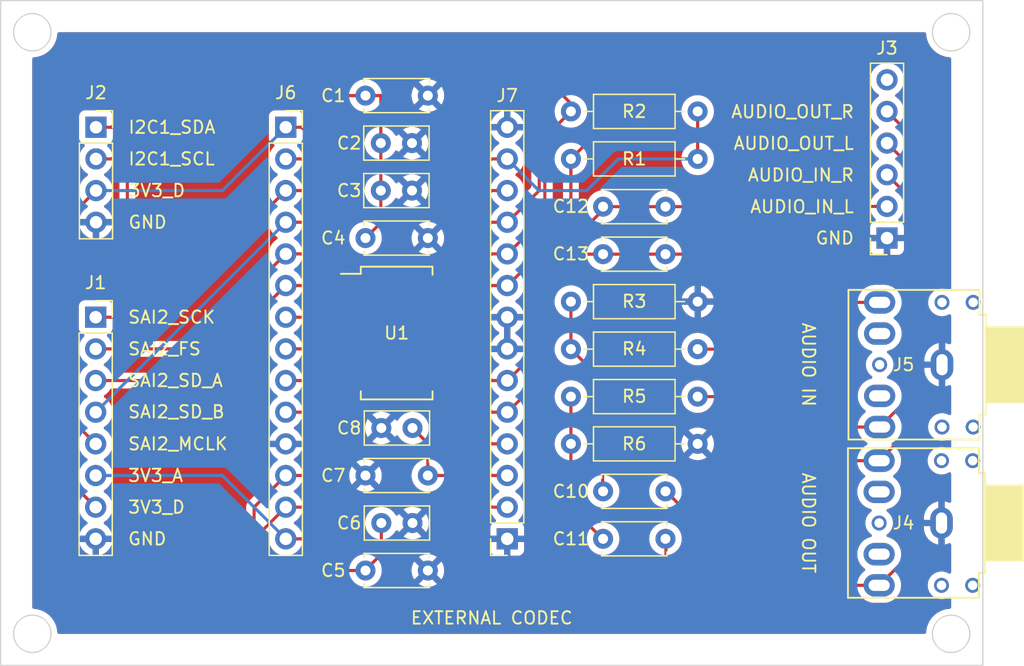
<source format=kicad_pcb>
(kicad_pcb (version 20211014) (generator pcbnew)
  (title_block (title "Daisy Seed Development Kit External Codec WM8731") (date "2024-03-04") (rev "1.0.1"))
  (layers (0 "F.Cu" signal) (31 "B.Cu" signal) (34 "B.Paste" user) (35 "F.Paste" user) (36 "B.SilkS" user "B.Silkscreen") (37 "F.SilkS" user "F.Silkscreen") (38 "B.Mask" user) (39 "F.Mask" user) (44 "Edge.Cuts" user))
  (net 0 "")
  (net 1 "3V3_D")
  (net 2 "GND")
  (net 3 "3V3_A")
  (net 4 "VMID")
  (net 5 "CODEC_OUT_L")
  (net 6 "Net-(C10-Pad2)")
  (net 7 "CODEC_OUT_R")
  (net 8 "Net-(C11-Pad2)")
  (net 9 "CODEC_IN_L")
  (net 10 "AUDIO_IN_L")
  (net 11 "CODEC_IN_R")
  (net 12 "AUDIO_IN_R")
  (net 13 "SAI2_SCK")
  (net 14 "SAI2_FS")
  (net 15 "SAI2_SD_A")
  (net 16 "SAI2_SD_B")
  (net 17 "SAI2_MCLK")
  (net 18 "I2C1_SDA")
  (net 19 "I2C1_SCL")
  (net 20 "AUDIO_OUT_L")
  (net 21 "AUDIO_OUT_R")
  (net 23 "NC_2")
  (net 24 "NC_8")
  (net 25 "NC_9")
  (net 26 "NC_10")
  (net 27 "NC_17")
  (net 28 "NC_18")
  (net 29 "NC_26")
  (footprint "Capacitor_THT:C_Disc_D5.0mm_W2.5mm_P2.50mm" (layer "F.Cu") (at 137.16 76.2)
    (fp_text reference "C3" (at -2.54 0) (layer "F.SilkS"))
    (fp_text value "100nF")
    (pad "1" thru_hole circle (at 0 0) (size 1.6 1.6) (drill 0.8) (layers *.Cu *.Mask) (net 1 "3V3_D"))
    (pad "2" thru_hole circle (at 2.5 0) (size 1.6 1.6) (drill 0.8) (layers *.Cu *.Mask) (net 2 "GND"))
  )
  (footprint "Capacitor_THT:C_Disc_D5.0mm_W2.5mm_P5.00mm" (layer "F.Cu") (at 154.98 81.3)
    (fp_text reference "C13" (at -2.58 -0.02) (layer "F.SilkS"))
    (fp_text value "2.2μF")
    (pad "1" thru_hole circle (at 0 0) (size 1.6 1.6) (drill 0.8) (layers *.Cu *.Mask) (net 11 "CODEC_IN_R"))
    (pad "2" thru_hole circle (at 5 0) (size 1.6 1.6) (drill 0.8) (layers *.Cu *.Mask) (net 12 "AUDIO_IN_R"))
  )
  (footprint "Resistor_THT:R_Axial_DIN0207_L6.3mm_D2.5mm_P10.16mm_Horizontal" (layer "F.Cu") (at 152.4 92.73)
    (fp_text reference "R5" (at 5.08 -0.02) (layer "F.SilkS"))
    (fp_text value "100Ω")
    (pad "1" thru_hole circle (at 0 0) (size 1.6 1.6) (drill 0.8) (layers *.Cu *.Mask) (net 8 "Net-(C11-Pad2)"))
    (pad "2" thru_hole oval (at 10.16 0) (size 1.6 1.6) (drill 0.8) (layers *.Cu *.Mask) (net 21 "AUDIO_OUT_R"))
  )
  (footprint "Capacitor_THT:C_Disc_D5.0mm_W2.5mm_P2.50mm" (layer "F.Cu") (at 137.16 72.39)
    (fp_text reference "C2" (at -2.54 0) (layer "F.SilkS"))
    (fp_text value "100nF")
    (pad "1" thru_hole circle (at 0 0) (size 1.6 1.6) (drill 0.8) (layers *.Cu *.Mask) (net 1 "3V3_D"))
    (pad "2" thru_hole circle (at 2.5 0) (size 1.6 1.6) (drill 0.8) (layers *.Cu *.Mask) (net 2 "GND"))
  )
  (footprint "Connector_PinSocket_2.54mm:PinSocket_1x04_P2.54mm_Vertical" (layer "F.Cu") (at 114.325 71.12)
    (fp_text reference "J2" (at 0 -2.77) (layer "F.SilkS"))
    (fp_text value "Conn_01x04_Male")
    (pad "1" thru_hole rect (at 0 0) (size 1.7 1.7) (drill 1) (layers *.Cu *.Mask) (net 18 "I2C1_SDA"))
    (pad "2" thru_hole oval (at 0 2.54) (size 1.7 1.7) (drill 1) (layers *.Cu *.Mask) (net 19 "I2C1_SCL"))
    (pad "3" thru_hole oval (at 0 5.08) (size 1.7 1.7) (drill 1) (layers *.Cu *.Mask) (net 1 "3V3_D"))
    (pad "4" thru_hole oval (at 0 7.62) (size 1.7 1.7) (drill 1) (layers *.Cu *.Mask) (net 2 "GND"))
  )
  (footprint "Connector_PinSocket_2.54mm:PinSocket_1x06_P2.54mm_Vertical" (layer "F.Cu") (at 177.74 80.01 180)
    (fp_text reference "J3" (at 0 15.24) (layer "F.SilkS"))
    (fp_text value "Conn_01x06_Male")
    (pad "1" thru_hole rect (at 0 0 180) (size 1.7 1.7) (drill 1) (layers *.Cu *.Mask) (net 2 "GND"))
    (pad "2" thru_hole oval (at 0 2.54 180) (size 1.7 1.7) (drill 1) (layers *.Cu *.Mask) (net 10 "AUDIO_IN_L"))
    (pad "3" thru_hole oval (at 0 5.08 180) (size 1.7 1.7) (drill 1) (layers *.Cu *.Mask) (net 12 "AUDIO_IN_R"))
    (pad "4" thru_hole oval (at 0 7.62 180) (size 1.7 1.7) (drill 1) (layers *.Cu *.Mask) (net 20 "AUDIO_OUT_L"))
    (pad "5" thru_hole oval (at 0 10.16 180) (size 1.7 1.7) (drill 1) (layers *.Cu *.Mask) (net 21 "AUDIO_OUT_R"))
    (pad "6" thru_hole oval (at 0 12.7 180) (size 1.7 1.7) (drill 1) (layers *.Cu *.Mask))
  )
  (footprint "Resistor_THT:R_Axial_DIN0207_L6.3mm_D2.5mm_P10.16mm_Horizontal" (layer "F.Cu") (at 152.4 88.92)
    (fp_text reference "R4" (at 5.08 -0.02) (layer "F.SilkS"))
    (fp_text value "100Ω")
    (pad "1" thru_hole circle (at 0 0) (size 1.6 1.6) (drill 0.8) (layers *.Cu *.Mask) (net 6 "Net-(C10-Pad2)"))
    (pad "2" thru_hole oval (at 10.16 0) (size 1.6 1.6) (drill 0.8) (layers *.Cu *.Mask) (net 20 "AUDIO_OUT_L"))
  )
  (footprint "Resistor_THT:R_Axial_DIN0207_L6.3mm_D2.5mm_P10.16mm_Horizontal" (layer "F.Cu") (at 162.56 73.66 180)
    (fp_text reference "R1" (at 5.08 0) (layer "F.SilkS"))
    (fp_text value "4.7KΩ")
    (pad "1" thru_hole circle (at 0 0 180) (size 1.6 1.6) (drill 0.8) (layers *.Cu *.Mask) (net 1 "3V3_D"))
    (pad "2" thru_hole oval (at 10.16 0 180) (size 1.6 1.6) (drill 0.8) (layers *.Cu *.Mask) (net 18 "I2C1_SDA"))
  )
  (footprint "Capacitor_THT:C_Disc_D5.0mm_W2.5mm_P5.00mm" (layer "F.Cu") (at 159.98 100.33 180)
    (fp_text reference "C10" (at 7.58 0 180) (layer "F.SilkS"))
    (fp_text value "2.2μF")
    (pad "1" thru_hole circle (at 0 0 180) (size 1.6 1.6) (drill 0.8) (layers *.Cu *.Mask) (net 5 "CODEC_OUT_L"))
    (pad "2" thru_hole circle (at 5 0 180) (size 1.6 1.6) (drill 0.8) (layers *.Cu *.Mask) (net 6 "Net-(C10-Pad2)"))
  )
  (footprint "Resistor_THT:R_Axial_DIN0207_L6.3mm_D2.5mm_P10.16mm_Horizontal" (layer "F.Cu") (at 152.4 85.11)
    (fp_text reference "R3" (at 5.08 -0.02) (layer "F.SilkS"))
    (fp_text value "47KΩ")
    (pad "1" thru_hole circle (at 0 0) (size 1.6 1.6) (drill 0.8) (layers *.Cu *.Mask) (net 6 "Net-(C10-Pad2)"))
    (pad "2" thru_hole oval (at 10.16 0) (size 1.6 1.6) (drill 0.8) (layers *.Cu *.Mask) (net 2 "GND"))
  )
  (footprint "Protoplasma.pretty:PJ-307" (layer "F.Cu") (at 179.15 90.17 180)
    (fp_text reference "J5" (at 0.08 0 180) (layer "F.SilkS"))
    (fp_text value "AudioJack3")
    (pad "" np_thru_hole circle locked (at -5.5 -5 180) (size 1.2 1.2) (drill 0.762) (layers *.Cu *.Mask))
    (pad "" np_thru_hole circle locked (at -3 -5 180) (size 1.2 1.2) (drill 0.762) (layers *.Cu *.Mask))
    (pad "" np_thru_hole circle locked (at -5.5 5 180) (size 1.2 1.2) (drill 0.762) (layers *.Cu *.Mask))
    (pad "" np_thru_hole circle locked (at -3 5 180) (size 1.2 1.2) (drill 0.762) (layers *.Cu *.Mask))
    (pad "" np_thru_hole circle locked (at 2 0 180) (size 1.2 1.2) (drill 0.762) (layers *.Cu *.Mask))
    (pad "R" thru_hole oval locked (at 2 -5 180) (size 2.5 1.8) (drill oval 1.7 0.9) (layers *.Cu *.Mask) (net 12 "AUDIO_IN_R"))
    (pad "RN" thru_hole oval locked (at 2 -2.5 180) (size 2.5 1.8) (drill oval 1.7 0.9) (layers *.Cu *.Mask))
    (pad "S" thru_hole oval locked (at -3 0 270) (size 2.5 1.8) (drill oval 1.7 0.9) (layers *.Cu *.Mask) (net 2 "GND"))
    (pad "T" thru_hole oval locked (at 2 5 180) (size 2.5 1.8) (drill oval 1.7 0.9) (layers *.Cu *.Mask) (net 10 "AUDIO_IN_L"))
    (pad "TN" thru_hole oval locked (at 2 2.5 180) (size 2.5 1.8) (drill oval 1.7 0.9) (layers *.Cu *.Mask))
  )
  (footprint "Connector_PinSocket_2.54mm:PinSocket_1x14_P2.54mm_Vertical" (layer "F.Cu") (at 147.295 104.14 180)
    (fp_text reference "J7" (at 0 35.56) (layer "F.SilkS"))
    (fp_text value "Conn_01x14_Female")
    (pad "15" thru_hole rect (at 0 0 180) (size 1.7 1.7) (drill 1) (layers *.Cu *.Mask) (net 2 "GND"))
    (pad "16" thru_hole oval (at 0 2.54 180) (size 1.7 1.7) (drill 1) (layers *.Cu *.Mask) (net 4 "VMID"))
    (pad "17" thru_hole oval (at 0 5.08 180) (size 1.7 1.7) (drill 1) (layers *.Cu *.Mask) (net 27 "NC_17"))
    (pad "18" thru_hole oval (at 0 7.62 180) (size 1.7 1.7) (drill 1) (layers *.Cu *.Mask) (net 28 "NC_18"))
    (pad "19" thru_hole oval (at 0 10.16 180) (size 1.7 1.7) (drill 1) (layers *.Cu *.Mask) (net 11 "CODEC_IN_R"))
    (pad "20" thru_hole oval (at 0 12.7 180) (size 1.7 1.7) (drill 1) (layers *.Cu *.Mask) (net 9 "CODEC_IN_L"))
    (pad "21" thru_hole oval (at 0 15.24 180) (size 1.7 1.7) (drill 1) (layers *.Cu *.Mask) (net 2 "GND"))
    (pad "22" thru_hole oval (at 0 17.78 180) (size 1.7 1.7) (drill 1) (layers *.Cu *.Mask) (net 2 "GND"))
    (pad "23" thru_hole oval (at 0 20.32 180) (size 1.7 1.7) (drill 1) (layers *.Cu *.Mask) (net 18 "I2C1_SDA"))
    (pad "24" thru_hole oval (at 0 22.86 180) (size 1.7 1.7) (drill 1) (layers *.Cu *.Mask) (net 19 "I2C1_SCL"))
    (pad "25" thru_hole oval (at 0 25.4 180) (size 1.7 1.7) (drill 1) (layers *.Cu *.Mask) (net 17 "SAI2_MCLK"))
    (pad "26" thru_hole oval (at 0 27.94 180) (size 1.7 1.7) (drill 1) (layers *.Cu *.Mask) (net 29 "NC_26"))
    (pad "27" thru_hole oval (at 0 30.48 180) (size 1.7 1.7) (drill 1) (layers *.Cu *.Mask) (net 1 "3V3_D"))
    (pad "28" thru_hole oval (at 0 33.02 180) (size 1.7 1.7) (drill 1) (layers *.Cu *.Mask) (net 2 "GND"))
  )
  (footprint "Resistor_THT:R_Axial_DIN0207_L6.3mm_D2.5mm_P10.16mm_Horizontal" (layer "F.Cu") (at 162.56 69.85 180)
    (fp_text reference "R2" (at 5.08 0) (layer "F.SilkS"))
    (fp_text value "4.7KΩ")
    (pad "1" thru_hole circle (at 0 0 180) (size 1.6 1.6) (drill 0.8) (layers *.Cu *.Mask) (net 1 "3V3_D"))
    (pad "2" thru_hole oval (at 10.16 0 180) (size 1.6 1.6) (drill 0.8) (layers *.Cu *.Mask) (net 19 "I2C1_SCL"))
  )
  (footprint "Capacitor_THT:C_Disc_D5.0mm_W2.5mm_P2.50mm" (layer "F.Cu") (at 139.7 102.87 180)
    (fp_text reference "C6" (at 5.08 0) (layer "F.SilkS"))
    (fp_text value "100nF")
    (pad "1" thru_hole circle (at 0 0 180) (size 1.6 1.6) (drill 0.8) (layers *.Cu *.Mask) (net 2 "GND"))
    (pad "2" thru_hole circle (at 2.5 0 180) (size 1.6 1.6) (drill 0.8) (layers *.Cu *.Mask) (net 3 "3V3_A"))
  )
  (footprint "Capacitor_THT:C_Disc_D5.0mm_W2.5mm_P5.00mm" (layer "F.Cu") (at 159.98 104.14 180)
    (fp_text reference "C11" (at 7.58 0 180) (layer "F.SilkS"))
    (fp_text value "2.2μF")
    (pad "1" thru_hole circle (at 0 0 180) (size 1.6 1.6) (drill 0.8) (layers *.Cu *.Mask) (net 7 "CODEC_OUT_R"))
    (pad "2" thru_hole circle (at 5 0 180) (size 1.6 1.6) (drill 0.8) (layers *.Cu *.Mask) (net 8 "Net-(C11-Pad2)"))
  )
  (footprint "Package_SO:SSOP-28_5.3x10.2mm_P0.65mm" (layer "F.Cu") (at 138.43 87.63)
    (fp_text reference "U1" (at 0 0) (layer "F.SilkS"))
    (fp_text value "WM8731SEDS")
    (pad "1" smd rect (at -3.6 -4.225) (size 1.75 0.45) (layers "F.Cu" "F.Paste" "F.Mask") (net 1 "3V3_D"))
    (pad "2" smd rect (at -3.6 -3.575) (size 1.75 0.45) (layers "F.Cu" "F.Paste" "F.Mask") (net 23 "NC_2"))
    (pad "3" smd rect (at -3.6 -2.925) (size 1.75 0.45) (layers "F.Cu" "F.Paste" "F.Mask") (net 13 "SAI2_SCK"))
    (pad "4" smd rect (at -3.6 -2.275) (size 1.75 0.45) (layers "F.Cu" "F.Paste" "F.Mask") (net 16 "SAI2_SD_B"))
    (pad "5" smd rect (at -3.6 -1.625) (size 1.75 0.45) (layers "F.Cu" "F.Paste" "F.Mask") (net 14 "SAI2_FS"))
    (pad "6" smd rect (at -3.6 -0.975) (size 1.75 0.45) (layers "F.Cu" "F.Paste" "F.Mask") (net 15 "SAI2_SD_A"))
    (pad "7" smd rect (at -3.6 -0.325) (size 1.75 0.45) (layers "F.Cu" "F.Paste" "F.Mask") (net 14 "SAI2_FS"))
    (pad "8" smd rect (at -3.6 0.325) (size 1.75 0.45) (layers "F.Cu" "F.Paste" "F.Mask") (net 24 "NC_8"))
    (pad "9" smd rect (at -3.6 0.975) (size 1.75 0.45) (layers "F.Cu" "F.Paste" "F.Mask") (net 25 "NC_9"))
    (pad "10" smd rect (at -3.6 1.625) (size 1.75 0.45) (layers "F.Cu" "F.Paste" "F.Mask") (net 26 "NC_10"))
    (pad "11" smd rect (at -3.6 2.275) (size 1.75 0.45) (layers "F.Cu" "F.Paste" "F.Mask") (net 2 "GND"))
    (pad "12" smd rect (at -3.6 2.925) (size 1.75 0.45) (layers "F.Cu" "F.Paste" "F.Mask") (net 5 "CODEC_OUT_L"))
    (pad "13" smd rect (at -3.6 3.575) (size 1.75 0.45) (layers "F.Cu" "F.Paste" "F.Mask") (net 7 "CODEC_OUT_R"))
    (pad "14" smd rect (at -3.6 4.225) (size 1.75 0.45) (layers "F.Cu" "F.Paste" "F.Mask") (net 3 "3V3_A"))
    (pad "15" smd rect (at 3.6 4.225) (size 1.75 0.45) (layers "F.Cu" "F.Paste" "F.Mask") (net 2 "GND"))
    (pad "16" smd rect (at 3.6 3.575) (size 1.75 0.45) (layers "F.Cu" "F.Paste" "F.Mask") (net 4 "VMID"))
    (pad "17" smd rect (at 3.6 2.925) (size 1.75 0.45) (layers "F.Cu" "F.Paste" "F.Mask") (net 27 "NC_17"))
    (pad "18" smd rect (at 3.6 2.275) (size 1.75 0.45) (layers "F.Cu" "F.Paste" "F.Mask") (net 28 "NC_18"))
    (pad "19" smd rect (at 3.6 1.625) (size 1.75 0.45) (layers "F.Cu" "F.Paste" "F.Mask") (net 11 "CODEC_IN_R"))
    (pad "20" smd rect (at 3.6 0.975) (size 1.75 0.45) (layers "F.Cu" "F.Paste" "F.Mask") (net 9 "CODEC_IN_L"))
    (pad "21" smd rect (at 3.6 0.325) (size 1.75 0.45) (layers "F.Cu" "F.Paste" "F.Mask") (net 2 "GND"))
    (pad "22" smd rect (at 3.6 -0.325) (size 1.75 0.45) (layers "F.Cu" "F.Paste" "F.Mask") (net 2 "GND"))
    (pad "23" smd rect (at 3.6 -0.975) (size 1.75 0.45) (layers "F.Cu" "F.Paste" "F.Mask") (net 18 "I2C1_SDA"))
    (pad "24" smd rect (at 3.6 -1.625) (size 1.75 0.45) (layers "F.Cu" "F.Paste" "F.Mask") (net 19 "I2C1_SCL"))
    (pad "25" smd rect (at 3.6 -2.275) (size 1.75 0.45) (layers "F.Cu" "F.Paste" "F.Mask") (net 17 "SAI2_MCLK"))
    (pad "26" smd rect (at 3.6 -2.925) (size 1.75 0.45) (layers "F.Cu" "F.Paste" "F.Mask") (net 29 "NC_26"))
    (pad "27" smd rect (at 3.6 -3.575) (size 1.75 0.45) (layers "F.Cu" "F.Paste" "F.Mask") (net 1 "3V3_D"))
    (pad "28" smd rect (at 3.6 -4.225) (size 1.75 0.45) (layers "F.Cu" "F.Paste" "F.Mask") (net 2 "GND"))
  )
  (footprint "Resistor_THT:R_Axial_DIN0207_L6.3mm_D2.5mm_P10.16mm_Horizontal" (layer "F.Cu") (at 162.56 96.52 180)
    (fp_text reference "R6" (at 5.08 0) (layer "F.SilkS"))
    (fp_text value "47KΩ")
    (pad "1" thru_hole circle (at 0 0 180) (size 1.6 1.6) (drill 0.8) (layers *.Cu *.Mask) (net 2 "GND"))
    (pad "2" thru_hole oval (at 10.16 0 180) (size 1.6 1.6) (drill 0.8) (layers *.Cu *.Mask) (net 8 "Net-(C11-Pad2)"))
  )
  (footprint "Capacitor_THT:C_Disc_D5.0mm_W2.5mm_P5.00mm" (layer "F.Cu") (at 135.93 99.06)
    (fp_text reference "C7" (at -2.58 0) (layer "F.SilkS"))
    (fp_text value "10μF")
    (pad "1" thru_hole circle (at 0 0) (size 1.6 1.6) (drill 0.8) (layers *.Cu *.Mask) (net 2 "GND"))
    (pad "2" thru_hole circle (at 5 0) (size 1.6 1.6) (drill 0.8) (layers *.Cu *.Mask) (net 4 "VMID"))
  )
  (footprint "Connector_PinSocket_2.54mm:PinSocket_1x08_P2.54mm_Vertical" (layer "F.Cu") (at 114.3 86.36)
    (fp_text reference "J1" (at 0 -2.77) (layer "F.SilkS"))
    (fp_text value "Conn_01x08_Male")
    (pad "1" thru_hole rect (at 0 0) (size 1.7 1.7) (drill 1) (layers *.Cu *.Mask) (net 13 "SAI2_SCK"))
    (pad "2" thru_hole oval (at 0 2.54) (size 1.7 1.7) (drill 1) (layers *.Cu *.Mask) (net 14 "SAI2_FS"))
    (pad "3" thru_hole oval (at 0 5.08) (size 1.7 1.7) (drill 1) (layers *.Cu *.Mask) (net 15 "SAI2_SD_A"))
    (pad "4" thru_hole oval (at 0 7.62) (size 1.7 1.7) (drill 1) (layers *.Cu *.Mask) (net 16 "SAI2_SD_B"))
    (pad "5" thru_hole oval (at 0 10.16) (size 1.7 1.7) (drill 1) (layers *.Cu *.Mask) (net 17 "SAI2_MCLK"))
    (pad "6" thru_hole oval (at 0 12.7) (size 1.7 1.7) (drill 1) (layers *.Cu *.Mask) (net 3 "3V3_A"))
    (pad "7" thru_hole oval (at 0 15.24) (size 1.7 1.7) (drill 1) (layers *.Cu *.Mask) (net 1 "3V3_D"))
    (pad "8" thru_hole oval (at 0 17.78) (size 1.7 1.7) (drill 1) (layers *.Cu *.Mask) (net 2 "GND"))
  )
  (footprint "Capacitor_THT:C_Disc_D5.0mm_W2.5mm_P5.00mm" (layer "F.Cu") (at 140.93 106.68 180)
    (fp_text reference "C5" (at 7.58 0 180) (layer "F.SilkS"))
    (fp_text value "10μF")
    (pad "1" thru_hole circle (at 0 0 180) (size 1.6 1.6) (drill 0.8) (layers *.Cu *.Mask) (net 2 "GND"))
    (pad "2" thru_hole circle (at 5 0 180) (size 1.6 1.6) (drill 0.8) (layers *.Cu *.Mask) (net 3 "3V3_A"))
  )
  (footprint "Capacitor_THT:C_Disc_D5.0mm_W2.5mm_P5.00mm" (layer "F.Cu") (at 135.93 68.58)
    (fp_text reference "C1" (at -2.58 0) (layer "F.SilkS"))
    (fp_text value "10μF")
    (pad "1" thru_hole circle (at 0 0) (size 1.6 1.6) (drill 0.8) (layers *.Cu *.Mask) (net 1 "3V3_D"))
    (pad "2" thru_hole circle (at 5 0) (size 1.6 1.6) (drill 0.8) (layers *.Cu *.Mask) (net 2 "GND"))
  )
  (footprint "Capacitor_THT:C_Disc_D5.0mm_W2.5mm_P2.50mm" (layer "F.Cu") (at 137.2 95.25)
    (fp_text reference "C8" (at -2.58 0) (layer "F.SilkS"))
    (fp_text value "100nF")
    (pad "1" thru_hole circle (at 0 0) (size 1.6 1.6) (drill 0.8) (layers *.Cu *.Mask) (net 2 "GND"))
    (pad "2" thru_hole circle (at 2.5 0) (size 1.6 1.6) (drill 0.8) (layers *.Cu *.Mask) (net 4 "VMID"))
  )
  (footprint "Capacitor_THT:C_Disc_D5.0mm_W2.5mm_P5.00mm" (layer "F.Cu") (at 135.93 80.01)
    (fp_text reference "C4" (at -2.58 0) (layer "F.SilkS"))
    (fp_text value "10μF")
    (pad "1" thru_hole circle (at 0 0) (size 1.6 1.6) (drill 0.8) (layers *.Cu *.Mask) (net 1 "3V3_D"))
    (pad "2" thru_hole circle (at 5 0) (size 1.6 1.6) (drill 0.8) (layers *.Cu *.Mask) (net 2 "GND"))
  )
  (footprint "Connector_PinSocket_2.54mm:PinSocket_1x14_P2.54mm_Vertical" (layer "F.Cu") (at 129.54 71.12)
    (fp_text reference "J6" (at 0 -2.77) (layer "F.SilkS"))
    (fp_text value "Conn_01x14_Female")
    (pad "1" thru_hole rect (at 0 0) (size 1.7 1.7) (drill 1) (layers *.Cu *.Mask) (net 1 "3V3_D"))
    (pad "2" thru_hole oval (at 0 2.54) (size 1.7 1.7) (drill 1) (layers *.Cu *.Mask) (net 23 "NC_2"))
    (pad "3" thru_hole oval (at 0 5.08) (size 1.7 1.7) (drill 1) (layers *.Cu *.Mask) (net 13 "SAI2_SCK"))
    (pad "4" thru_hole oval (at 0 7.62) (size 1.7 1.7) (drill 1) (layers *.Cu *.Mask) (net 16 "SAI2_SD_B"))
    (pad "5" thru_hole oval (at 0 10.16) (size 1.7 1.7) (drill 1) (layers *.Cu *.Mask) (net 14 "SAI2_FS"))
    (pad "6" thru_hole oval (at 0 12.7) (size 1.7 1.7) (drill 1) (layers *.Cu *.Mask) (net 15 "SAI2_SD_A"))
    (pad "7" thru_hole oval (at 0 15.24) (size 1.7 1.7) (drill 1) (layers *.Cu *.Mask) (net 14 "SAI2_FS"))
    (pad "8" thru_hole oval (at 0 17.78) (size 1.7 1.7) (drill 1) (layers *.Cu *.Mask) (net 24 "NC_8"))
    (pad "9" thru_hole oval (at 0 20.32) (size 1.7 1.7) (drill 1) (layers *.Cu *.Mask) (net 25 "NC_9"))
    (pad "10" thru_hole oval (at 0 22.86) (size 1.7 1.7) (drill 1) (layers *.Cu *.Mask) (net 26 "NC_10"))
    (pad "11" thru_hole oval (at 0 25.4) (size 1.7 1.7) (drill 1) (layers *.Cu *.Mask) (net 2 "GND"))
    (pad "12" thru_hole oval (at 0 27.94) (size 1.7 1.7) (drill 1) (layers *.Cu *.Mask) (net 5 "CODEC_OUT_L"))
    (pad "13" thru_hole oval (at 0 30.48) (size 1.7 1.7) (drill 1) (layers *.Cu *.Mask) (net 7 "CODEC_OUT_R"))
    (pad "14" thru_hole oval (at 0 33.02) (size 1.7 1.7) (drill 1) (layers *.Cu *.Mask) (net 3 "3V3_A"))
  )
  (footprint "Protoplasma.pretty:PJ-307" (layer "F.Cu") (at 179.11 102.87 180)
    (fp_text reference "J4" (at 0.04 0 180) (layer "F.SilkS"))
    (fp_text value "AudioJack3")
    (pad "" np_thru_hole circle locked (at -3 -5 180) (size 1.2 1.2) (drill 0.762) (layers *.Cu *.Mask))
    (pad "" np_thru_hole circle locked (at -5.5 -5 180) (size 1.2 1.2) (drill 0.762) (layers *.Cu *.Mask))
    (pad "" np_thru_hole circle locked (at 2 0 180) (size 1.2 1.2) (drill 0.762) (layers *.Cu *.Mask))
    (pad "" np_thru_hole circle locked (at -3 5 180) (size 1.2 1.2) (drill 0.762) (layers *.Cu *.Mask))
    (pad "" np_thru_hole circle locked (at -5.5 5 180) (size 1.2 1.2) (drill 0.762) (layers *.Cu *.Mask))
    (pad "R" thru_hole oval locked (at 2 -5 180) (size 2.5 1.8) (drill oval 1.7 0.9) (layers *.Cu *.Mask) (net 21 "AUDIO_OUT_R"))
    (pad "RN" thru_hole oval locked (at 2 -2.5 180) (size 2.5 1.8) (drill oval 1.7 0.9) (layers *.Cu *.Mask))
    (pad "S" thru_hole oval locked (at -3 0 270) (size 2.5 1.8) (drill oval 1.7 0.9) (layers *.Cu *.Mask) (net 2 "GND"))
    (pad "T" thru_hole oval locked (at 2 5 180) (size 2.5 1.8) (drill oval 1.7 0.9) (layers *.Cu *.Mask) (net 20 "AUDIO_OUT_L"))
    (pad "TN" thru_hole oval locked (at 2 2.5 180) (size 2.5 1.8) (drill oval 1.7 0.9) (layers *.Cu *.Mask))
  )
  (footprint "Capacitor_THT:C_Disc_D5.0mm_W2.5mm_P5.00mm" (layer "F.Cu") (at 154.98 77.49)
    (fp_text reference "C12" (at -2.58 -0.02) (layer "F.SilkS"))
    (fp_text value "2.2μF")
    (pad "1" thru_hole circle (at 0 0) (size 1.6 1.6) (drill 0.8) (layers *.Cu *.Mask) (net 9 "CODEC_IN_L"))
    (pad "2" thru_hole circle (at 5 0) (size 1.6 1.6) (drill 0.8) (layers *.Cu *.Mask) (net 10 "AUDIO_IN_L"))
  )
  (gr_rect (start 106.68 60.96) (end 185.42 114.3) (layer "Edge.Cuts") (width 0.1) (fill none))
  (gr_circle (center 182.88 111.76) (end 184.38 111.76) (layer "Edge.Cuts") (width 0.1) (fill none))
  (gr_circle (center 109.22 63.5) (end 110.72 63.5) (layer "Edge.Cuts") (width 0.1) (fill none))
  (gr_circle (center 109.22 111.76) (end 110.72 111.76) (layer "Edge.Cuts") (width 0.1) (fill none))
  (gr_circle (center 182.88 63.5) (end 184.38 63.5) (layer "Edge.Cuts") (width 0.1) (fill none))
  (gr_text "AUDIO_OUT_L" (at 175.175 72.415) (layer "F.SilkS") (effects (font (size 1 1)) (justify right)))
  (gr_text "GND" (at 116.84 78.74) (layer "F.SilkS") (effects (font (size 1 1)) (justify left)))
  (gr_text "SAI2_MCLK" (at 116.815 96.52) (layer "F.SilkS") (effects (font (size 1 1)) (justify left)))
  (gr_text "SAI2_SCK" (at 116.815 86.36) (layer "F.SilkS") (effects (font (size 1 1)) (justify left)))
  (gr_text "SAI2_SD_A" (at 116.815 91.44) (layer "F.SilkS") (effects (font (size 1 1)) (justify left)))
  (gr_text "AUDIO_IN_L" (at 175.175 77.495) (layer "F.SilkS") (effects (font (size 1 1)) (justify right)))
  (gr_text "AUDIO IN" (at 171.45 90.17 270) (layer "F.SilkS") (effects (font (size 1 1))))
  (gr_text "EXTERNAL CODEC" (at 146.05 110.49) (layer "F.SilkS") (effects (font (size 1 1))))
  (gr_text "SAI2_FS" (at 116.815 88.9) (layer "F.SilkS") (effects (font (size 1 1)) (justify left)))
  (gr_text "I2C1_SDA" (at 116.84 71.12) (layer "F.SilkS") (effects (font (size 1 1)) (justify left)))
  (gr_text "3V3_D" (at 116.84 76.2) (layer "F.SilkS") (effects (font (size 1 1)) (justify left)))
  (gr_text "AUDIO_IN_R" (at 175.175 74.955) (layer "F.SilkS") (effects (font (size 1 1)) (justify right)))
  (gr_text "AUDIO_OUT_R" (at 175.175 69.875) (layer "F.SilkS") (effects (font (size 1 1)) (justify right)))
  (gr_text "GND" (at 175.175 80.01) (layer "F.SilkS") (effects (font (size 1 1)) (justify right)))
  (gr_text "GND" (at 116.815 104.14) (layer "F.SilkS") (effects (font (size 1 1)) (justify left)))
  (gr_text "SAI2_SD_B" (at 116.815 93.95) (layer "F.SilkS") (effects (font (size 1 1)) (justify left)))
  (gr_text "3V3_A" (at 116.815 99.06) (layer "F.SilkS") (effects (font (size 1 1)) (justify left)))
  (gr_text "AUDIO OUT" (at 171.45 102.87 270) (layer "F.SilkS") (effects (font (size 1 1))))
  (gr_text "I2C1_SCL" (at 116.84 73.66) (layer "F.SilkS") (effects (font (size 1 1)) (justify left)))
  (gr_text "3V3_D" (at 116.815 101.6) (layer "F.SilkS") (effects (font (size 1 1)) (justify left)))
  (segment (start 138.9 84.055) (end 142.03 84.055) (width 0.25) (layer "F.Cu") (net 1))
  (segment (start 137.16 78.78) (end 135.93 80.01) (width 0.25) (layer "F.Cu") (net 1))
  (segment (start 134.83 83.405) (end 138.25 83.405) (width 0.25) (layer "F.Cu") (net 1))
  (segment (start 143.129022 84.055) (end 143.88096 83.303062) (width 0.25) (layer "F.Cu") (net 1))
  (segment (start 111.31048 98.61048) (end 114.3 101.6) (width 0.25) (layer "F.Cu") (net 1))
  (segment (start 137.16 72.39) (end 137.16 76.2) (width 0.25) (layer "F.Cu") (net 1))
  (segment (start 111.31048 79.21452) (end 111.31048 98.61048) (width 0.25) (layer "F.Cu") (net 1))
  (segment (start 133.42856 73.73856) (end 133.42856 83.116864) (width 0.25) (layer "F.Cu") (net 1))
  (segment (start 114.325 76.2) (end 111.31048 79.21452) (width 0.25) (layer "F.Cu") (net 1))
  (segment (start 143.88096 75.81654) (end 146.0375 73.66) (width 0.25) (layer "F.Cu") (net 1))
  (segment (start 133.42856 83.116864) (end 133.716696 83.405) (width 0.25) (layer "F.Cu") (net 1))
  (segment (start 137.16 68.58) (end 137.16 72.39) (width 0.25) (layer "F.Cu") (net 1))
  (segment (start 142.03 84.055) (end 143.129022 84.055) (width 0.25) (layer "F.Cu") (net 1))
  (segment (start 137.16 76.2) (end 137.16 78.78) (width 0.25) (layer "F.Cu") (net 1))
  (segment (start 138.25 83.405) (end 138.9 84.055) (width 0.25) (layer "F.Cu") (net 1))
  (segment (start 162.56 69.85) (end 162.56 73.66) (width 0.25) (layer "F.Cu") (net 1))
  (segment (start 146.0375 73.66) (end 147.295 73.66) (width 0.25) (layer "F.Cu") (net 1))
  (segment (start 133.35 68.58) (end 137.16 68.58) (width 0.25) (layer "F.Cu") (net 1))
  (segment (start 133.716696 83.405) (end 134.83 83.405) (width 0.25) (layer "F.Cu") (net 1))
  (segment (start 130.81 71.12) (end 133.42856 73.73856) (width 0.25) (layer "F.Cu") (net 1))
  (segment (start 143.88096 83.303062) (end 143.88096 75.81654) (width 0.25) (layer "F.Cu") (net 1))
  (segment (start 129.54 71.12) (end 130.81 71.12) (width 0.25) (layer "F.Cu") (net 1))
  (segment (start 130.81 71.12) (end 133.35 68.58) (width 0.25) (layer "F.Cu") (net 1))
  (segment (start 153.67 76.2) (end 156.21 73.66) (width 0.25) (layer "B.Cu") (net 1))
  (segment (start 149.835 76.2) (end 153.67 76.2) (width 0.25) (layer "B.Cu") (net 1))
  (segment (start 114.325 76.2) (end 124.46 76.2) (width 0.25) (layer "B.Cu") (net 1))
  (segment (start 124.46 76.2) (end 129.54 71.12) (width 0.25) (layer "B.Cu") (net 1))
  (segment (start 147.295 73.66) (end 149.835 76.2) (width 0.25) (layer "B.Cu") (net 1))
  (segment (start 156.21 73.66) (end 162.56 73.66) (width 0.25) (layer "B.Cu") (net 1))
  (segment (start 145.105 87.305) (end 146.05 86.36) (width 0.25) (layer "F.Cu") (net 2))
  (segment (start 132.08 95.25) (end 132.08 91.544282) (width 0.25) (layer "F.Cu") (net 2))
  (segment (start 142.03 87.955) (end 145.105 87.955) (width 0.25) (layer "F.Cu") (net 2))
  (segment (start 146.05 86.36) (end 147.295 86.36) (width 0.25) (layer "F.Cu") (net 2))
  (segment (start 129.54 96.52) (end 130.81 96.52) (width 0.25) (layer "F.Cu") (net 2))
  (segment (start 146.05 88.9) (end 147.295 88.9) (width 0.25) (layer "F.Cu") (net 2))
  (segment (start 133.719282 89.905) (end 134.83 89.905) (width 0.25) (layer "F.Cu") (net 2))
  (segment (start 145.105 87.955) (end 146.05 88.9) (width 0.25) (layer "F.Cu") (net 2))
  (segment (start 132.08 91.544282) (end 133.719282 89.905) (width 0.25) (layer "F.Cu") (net 2))
  (segment (start 142.03 87.305) (end 145.105 87.305) (width 0.25) (layer "F.Cu") (net 2))
  (segment (start 130.81 96.52) (end 132.08 95.25) (width 0.25) (layer "F.Cu") (net 2))
  (segment (start 133.42856 92.117158) (end 133.690718 91.855) (width 0.25) (layer "F.Cu") (net 3))
  (segment (start 130.81 104.14) (end 133.35 101.6) (width 0.25) (layer "F.Cu") (net 3))
  (segment (start 135.93 106.64) (end 137.2 105.37) (width 0.25) (layer "F.Cu") (net 3))
  (segment (start 133.42856 101.52144) (end 133.42856 92.117158) (width 0.25) (layer "F.Cu") (net 3))
  (segment (start 133.690718 91.855) (end 134.83 91.855) (width 0.25) (layer "F.Cu") (net 3))
  (segment (start 135.93 106.68) (end 135.93 106.64) (width 0.25) (layer "F.Cu") (net 3))
  (segment (start 130.81 104.14) (end 133.35 106.68) (width 0.25) (layer "F.Cu") (net 3))
  (segment (start 133.35 101.6) (end 133.42856 101.52144) (width 0.25) (layer "F.Cu") (net 3))
  (segment (start 133.35 106.68) (end 135.93 106.68) (width 0.25) (layer "F.Cu") (net 3))
  (segment (start 137.2 105.37) (end 137.2 102.87) (width 0.25) (layer "F.Cu") (net 3))
  (segment (start 129.54 104.14) (end 130.81 104.14) (width 0.25) (layer "F.Cu") (net 3))
  (segment (start 129.54 104.14) (end 124.46 99.06) (width 0.25) (layer "B.Cu") (net 3))
  (segment (start 124.46 99.06) (end 114.3 99.06) (width 0.25) (layer "B.Cu") (net 3))
  (segment (start 140.93 99.06) (end 140.93 96.48) (width 0.25) (layer "F.Cu") (net 4))
  (segment (start 147.295 101.6) (end 146.05 101.6) (width 0.25) (layer "F.Cu") (net 4))
  (segment (start 143.51 99.06) (end 140.93 99.06) (width 0.25) (layer "F.Cu") (net 4))
  (segment (start 143.88096 91.93096) (end 143.155 91.205) (width 0.25) (layer "F.Cu") (net 4))
  (segment (start 143.88096 99.43096) (end 143.88096 91.93096) (width 0.25) (layer "F.Cu") (net 4))
  (segment (start 143.155 91.205) (end 142.03 91.205) (width 0.25) (layer "F.Cu") (net 4))
  (segment (start 140.93 96.48) (end 139.7 95.25) (width 0.25) (layer "F.Cu") (net 4))
  (segment (start 146.05 101.6) (end 143.88096 99.43096) (width 0.25) (layer "F.Cu") (net 4))
  (segment (start 143.88096 99.43096) (end 143.51 99.06) (width 0.25) (layer "F.Cu") (net 4))
  (segment (start 128.27 109.22) (end 161.29 109.22) (width 0.25) (layer "F.Cu") (net 5))
  (segment (start 129.54 99.06) (end 130.81 99.06) (width 0.25) (layer "F.Cu") (net 5))
  (segment (start 129.54 99.06) (end 127 101.6) (width 0.25) (layer "F.Cu") (net 5))
  (segment (start 133.705 90.555) (end 134.83 90.555) (width 0.25) (layer "F.Cu") (net 5))
  (segment (start 161.29 109.22) (end 162.56 107.95) (width 0.25) (layer "F.Cu") (net 5))
  (segment (start 162.56 107.95) (end 162.56 102.87) (width 0.25) (layer "F.Cu") (net 5))
  (segment (start 132.52952 97.34048) (end 132.52952 91.73048) (width 0.25) (layer "F.Cu") (net 5))
  (segment (start 127 101.6) (end 127 107.95) (width 0.25) (layer "F.Cu") (net 5))
  (segment (start 132.52952 91.73048) (end 133.705 90.555) (width 0.25) (layer "F.Cu") (net 5))
  (segment (start 127 107.95) (end 128.27 109.22) (width 0.25) (layer "F.Cu") (net 5))
  (segment (start 162.56 102.87) (end 160.02 100.33) (width 0.25) (layer "F.Cu") (net 5))
  (segment (start 130.81 99.06) (end 132.52952 97.34048) (width 0.25) (layer "F.Cu") (net 5))
  (segment (start 160.02 100.33) (end 159.98 100.33) (width 0.25) (layer "F.Cu") (net 5))
  (segment (start 152.4 85.11) (end 152.4 88.92) (width 0.25) (layer "F.Cu") (net 6))
  (segment (start 154.94 100.29) (end 154.94 91.46) (width 0.25) (layer "F.Cu") (net 6))
  (segment (start 154.98 100.33) (end 154.94 100.29) (width 0.25) (layer "F.Cu") (net 6))
  (segment (start 154.94 91.46) (end 152.4 88.92) (width 0.25) (layer "F.Cu") (net 6))
  (segment (start 127.44952 107.763802) (end 128.456198 108.77048) (width 0.25) (layer "F.Cu") (net 7))
  (segment (start 128.456198 108.77048) (end 159.19952 108.77048) (width 0.25) (layer "F.Cu") (net 7))
  (segment (start 130.81 101.6) (end 132.97904 99.43096) (width 0.25) (layer "F.Cu") (net 7))
  (segment (start 127.44952 103.69048) (end 127.44952 107.763802) (width 0.25) (layer "F.Cu") (net 7))
  (segment (start 159.19952 108.77048) (end 160.02 107.95) (width 0.25) (layer "F.Cu") (net 7))
  (segment (start 132.97904 99.43096) (end 132.97904 91.93096) (width 0.25) (layer "F.Cu") (net 7))
  (segment (start 129.54 101.6) (end 130.81 101.6) (width 0.25) (layer "F.Cu") (net 7))
  (segment (start 129.54 101.6) (end 127.44952 103.69048) (width 0.25) (layer "F.Cu") (net 7))
  (segment (start 133.705 91.205) (end 134.83 91.205) (width 0.25) (layer "F.Cu") (net 7))
  (segment (start 160.02 107.95) (end 160.02 104.18) (width 0.25) (layer "F.Cu") (net 7))
  (segment (start 132.97904 91.93096) (end 133.705 91.205) (width 0.25) (layer "F.Cu") (net 7))
  (segment (start 160.02 104.18) (end 159.98 104.14) (width 0.25) (layer "F.Cu") (net 7))
  (segment (start 154.98 104.14) (end 154.94 104.14) (width 0.25) (layer "F.Cu") (net 8))
  (segment (start 152.4 92.73) (end 152.4 96.54) (width 0.25) (layer "F.Cu") (net 8))
  (segment (start 152.4 101.6) (end 152.4 96.54) (width 0.25) (layer "F.Cu") (net 8))
  (segment (start 154.94 104.14) (end 152.4 101.6) (width 0.25) (layer "F.Cu") (net 8))
  (segment (start 152.46 96.54) (end 152.4 96.54) (width 0.25) (layer "F.Cu") (net 8))
  (segment (start 146.05 91.44) (end 147.295 91.44) (width 0.25) (layer "F.Cu") (net 9))
  (segment (start 155.237859 77.49) (end 156.21 77.49) (width 0.25) (layer "F.Cu") (net 9))
  (segment (start 149.86 82.867859) (end 155.237859 77.49) (width 0.25) (layer "F.Cu") (net 9))
  (segment (start 147.32 91.44) (end 149.86 88.9) (width 0.25) (layer "F.Cu") (net 9))
  (segment (start 147.295 91.44) (end 147.32 91.44) (width 0.25) (layer "F.Cu") (net 9))
  (segment (start 149.86 88.9) (end 149.86 82.867859) (width 0.25) (layer "F.Cu") (net 9))
  (segment (start 142.03 88.605) (end 143.215 88.605) (width 0.25) (layer "F.Cu") (net 9))
  (segment (start 143.215 88.605) (end 146.05 91.44) (width 0.25) (layer "F.Cu") (net 9))
  (segment (start 158.71 77.49) (end 166.39 77.49) (width 0.25) (layer "F.Cu") (net 10))
  (segment (start 169.47 77.49) (end 169.49 77.47) (width 0.25) (layer "F.Cu") (net 10))
  (segment (start 171.53 85.17) (end 163.83 77.47) (width 0.25) (layer "F.Cu") (net 10))
  (segment (start 177.15 85.17) (end 171.53 85.17) (width 0.25) (layer "F.Cu") (net 10))
  (segment (start 169.49 77.47) (end 177.74 77.47) (width 0.25) (layer "F.Cu") (net 10))
  (segment (start 166.39 77.49) (end 169.47 77.49) (width 0.25) (layer "F.Cu") (net 10))
  (segment (start 150.30952 90.99048) (end 147.32 93.98) (width 0.25) (layer "F.Cu") (net 11))
  (segment (start 145.22952 91.255238) (end 145.22952 93.15952) (width 0.25) (layer "F.Cu") (net 11))
  (segment (start 145.22952 93.15952) (end 146.05 93.98) (width 0.25) (layer "F.Cu") (net 11))
  (segment (start 147.32 93.98) (end 147.295 93.98) (width 0.25) (layer "F.Cu") (net 11))
  (segment (start 156.21 81.3) (end 153.015718 81.3) (width 0.25) (layer "F.Cu") (net 11))
  (segment (start 153.015718 81.3) (end 150.30952 84.006198) (width 0.25) (layer "F.Cu") (net 11))
  (segment (start 142.03 89.255) (end 143.229282 89.255) (width 0.25) (layer "F.Cu") (net 11))
  (segment (start 150.30952 84.006198) (end 150.30952 90.99048) (width 0.25) (layer "F.Cu") (net 11))
  (segment (start 146.05 93.98) (end 147.295 93.98) (width 0.25) (layer "F.Cu") (net 11))
  (segment (start 143.229282 89.255) (end 145.22952 91.255238) (width 0.25) (layer "F.Cu") (net 11))
  (segment (start 158.71 81.3) (end 165.12 81.3) (width 0.25) (layer "F.Cu") (net 12))
  (segment (start 179.44096 76.63096) (end 177.74 74.93) (width 0.25) (layer "F.Cu") (net 12))
  (segment (start 165.12 81.3) (end 172.72 88.9) (width 0.25) (layer "F.Cu") (net 12))
  (segment (start 177.15 95.17) (end 179.44096 92.87904) (width 0.25) (layer "F.Cu") (net 12))
  (segment (start 179.44096 92.87904) (end 179.44096 76.63096) (width 0.25) (layer "F.Cu") (net 12))
  (segment (start 172.72 88.9) (end 172.72 93.98) (width 0.25) (layer "F.Cu") (net 12))
  (segment (start 172.72 93.98) (end 173.91 95.17) (width 0.25) (layer "F.Cu") (net 12))
  (segment (start 173.91 95.17) (end 177.15 95.17) (width 0.25) (layer "F.Cu") (net 12))
  (segment (start 132.52952 83.52952) (end 133.705 84.705) (width 0.25) (layer "F.Cu") (net 13))
  (segment (start 129.54 76.2) (end 130.81 76.2) (width 0.25) (layer "F.Cu") (net 13))
  (segment (start 132.52952 77.91952) (end 132.52952 83.52952) (width 0.25) (layer "F.Cu") (net 13))
  (segment (start 129.54 76.2) (end 119.38 86.36) (width 0.25) (layer "F.Cu") (net 13))
  (segment (start 130.81 76.2) (end 132.52952 77.91952) (width 0.25) (layer "F.Cu") (net 13))
  (segment (start 119.38 86.36) (end 114.3 86.36) (width 0.25) (layer "F.Cu") (net 13))
  (segment (start 133.705 84.705) (end 134.83 84.705) (width 0.25) (layer "F.Cu") (net 13))
  (segment (start 131.63048 82.10048) (end 131.63048 83.916198) (width 0.25) (layer "F.Cu") (net 14))
  (segment (start 136.85 87.305) (end 137.4775 86.6775) (width 0.25) (layer "F.Cu") (net 14))
  (segment (start 130.81 81.28) (end 131.63048 82.10048) (width 0.25) (layer "F.Cu") (net 14))
  (segment (start 129.54 81.28) (end 130.81 81.28) (width 0.25) (layer "F.Cu") (net 14))
  (segment (start 129.54 86.36) (end 132.802846 86.36) (width 0.25) (layer "F.Cu") (net 14))
  (segment (start 133.719282 86.005) (end 134.83 86.005) (width 0.25) (layer "F.Cu") (net 14))
  (segment (start 132.802846 86.36) (end 133.747846 87.305) (width 0.25) (layer "F.Cu") (net 14))
  (segment (start 134.83 87.305) (end 136.85 87.305) (width 0.25) (layer "F.Cu") (net 14))
  (segment (start 121.92 88.9) (end 114.3 88.9) (width 0.25) (layer "F.Cu") (net 14))
  (segment (start 136.805 86.005) (end 134.83 86.005) (width 0.25) (layer "F.Cu") (net 14))
  (segment (start 131.63048 83.916198) (end 133.719282 86.005) (width 0.25) (layer "F.Cu") (net 14))
  (segment (start 133.747846 87.305) (end 134.83 87.305) (width 0.25) (layer "F.Cu") (net 14))
  (segment (start 137.4775 86.6775) (end 136.805 86.005) (width 0.25) (layer "F.Cu") (net 14))
  (segment (start 129.54 81.28) (end 121.92 88.9) (width 0.25) (layer "F.Cu") (net 14))
  (segment (start 129.54 83.82) (end 130.898564 83.82) (width 0.25) (layer "F.Cu") (net 15))
  (segment (start 129.54 83.82) (end 121.92 91.44) (width 0.25) (layer "F.Cu") (net 15))
  (segment (start 130.898564 83.82) (end 133.733564 86.655) (width 0.25) (layer "F.Cu") (net 15))
  (segment (start 121.92 91.44) (end 114.3 91.44) (width 0.25) (layer "F.Cu") (net 15))
  (segment (start 133.733564 86.655) (end 134.83 86.655) (width 0.25) (layer "F.Cu") (net 15))
  (segment (start 130.81 78.74) (end 132.08 80.01) (width 0.25) (layer "F.Cu") (net 16))
  (segment (start 132.08 83.715717) (end 133.719283 85.355) (width 0.25) (layer "F.Cu") (net 16))
  (segment (start 132.08 80.01) (end 132.08 83.715717) (width 0.25) (layer "F.Cu") (net 16))
  (segment (start 133.719283 85.355) (end 134.83 85.355) (width 0.25) (layer "F.Cu") (net 16))
  (segment (start 129.54 78.74) (end 130.81 78.74) (width 0.25) (layer "F.Cu") (net 16))
  (segment (start 114.3 93.98) (end 129.54 78.74) (width 0.25) (layer "B.Cu") (net 16))
  (segment (start 146.05 78.74) (end 144.78 80.01) (width 0.25) (layer "F.Cu") (net 17))
  (segment (start 144.78 80.01) (end 144.78 83.82) (width 0.25) (layer "F.Cu") (net 17))
  (segment (start 111.76 93.98) (end 114.3 96.52) (width 0.25) (layer "F.Cu") (net 17))
  (segment (start 147.32 78.74) (end 149.86 76.2) (width 0.25) (layer "F.Cu") (net 17))
  (segment (start 149.86 76.2) (end 149.86 69.40048) (width 0.25) (layer "F.Cu") (net 17))
  (segment (start 116.84 80.01) (end 111.76 85.09) (width 0.25) (layer "F.Cu") (net 17))
  (segment (start 143.245 85.355) (end 142.03 85.355) (width 0.25) (layer "F.Cu") (net 17))
  (segment (start 125.28048 66.48952) (end 116.84 74.93) (width 0.25) (layer "F.Cu") (net 17))
  (segment (start 111.76 85.09) (end 111.76 93.98) (width 0.25) (layer "F.Cu") (net 17))
  (segment (start 147.295 78.74) (end 147.32 78.74) (width 0.25) (layer "F.Cu") (net 17))
  (segment (start 147.295 78.74) (end 146.05 78.74) (width 0.25) (layer "F.Cu") (net 17))
  (segment (start 146.94904 66.48952) (end 125.28048 66.48952) (width 0.25) (layer "F.Cu") (net 17))
  (segment (start 144.78 83.82) (end 143.245 85.355) (width 0.25) (layer "F.Cu") (net 17))
  (segment (start 116.84 74.93) (end 116.84 80.01) (width 0.25) (layer "F.Cu") (net 17))
  (segment (start 149.86 69.40048) (end 146.94904 66.48952) (width 0.25) (layer "F.Cu") (net 17))
  (segment (start 154.94 71.12) (end 154.94 68.58) (width 0.25) (layer "F.Cu") (net 18))
  (segment (start 152.375 78.74) (end 152.4 78.74) (width 0.25) (layer "F.Cu") (net 18))
  (segment (start 146.0375 83.82) (end 145.67904 84.17846) (width 0.25) (layer "F.Cu") (net 18))
  (segment (start 147.295 83.82) (end 146.0375 83.82) (width 0.25) (layer "F.Cu") (net 18))
  (segment (start 152.4 78.715) (end 152.375 78.74) (width 0.25) (layer "F.Cu") (net 18))
  (segment (start 152.4 78.74) (end 152.4 73.66) (width 0.25) (layer "F.Cu") (net 18))
  (segment (start 151.95048 65.59048) (end 121.09952 65.59048) (width 0.25) (layer "F.Cu") (net 18))
  (segment (start 145.67904 84.17846) (end 145.67904 84.192396) (width 0.25) (layer "F.Cu") (net 18))
  (segment (start 152.4 73.66) (end 154.94 71.12) (width 0.25) (layer "F.Cu") (net 18))
  (segment (start 147.295 83.82) (end 147.32 83.82) (width 0.25) (layer "F.Cu") (net 18))
  (segment (start 147.32 83.82) (end 152.4 78.74) (width 0.25) (layer "F.Cu") (net 18))
  (segment (start 154.94 68.58) (end 151.95048 65.59048) (width 0.25) (layer "F.Cu") (net 18))
  (segment (start 115.57 71.12) (end 114.325 71.12) (width 0.25) (layer "F.Cu") (net 18))
  (segment (start 152.4 73.66) (end 152.4 78.715) (width 0.25) (layer "F.Cu") (net 18))
  (segment (start 121.09952 65.59048) (end 115.57 71.12) (width 0.25) (layer "F.Cu") (net 18))
  (segment (start 143.216436 86.655) (end 142.03 86.655) (width 0.25) (layer "F.Cu") (net 18))
  (segment (start 145.67904 84.192396) (end 143.216436 86.655) (width 0.25) (layer "F.Cu") (net 18))
  (segment (start 147.295 81.28) (end 146.05 81.28) (width 0.25) (layer "F.Cu") (net 19))
  (segment (start 114.325 73.66) (end 115.57 73.66) (width 0.25) (layer "F.Cu") (net 19))
  (segment (start 145.22952 82.10048) (end 145.22952 84.006198) (width 0.25) (layer "F.Cu") (net 19))
  (segment (start 143.230718 86.005) (end 142.03 86.005) (width 0.25) (layer "F.Cu") (net 19))
  (segment (start 146.05 81.28) (end 145.22952 82.10048) (width 0.25) (layer "F.Cu") (net 19))
  (segment (start 147.295 81.28) (end 147.32 81.28) (width 0.25) (layer "F.Cu") (net 19))
  (segment (start 123.19 66.04) (end 149.225 66.04) (width 0.25) (layer "F.Cu") (net 19))
  (segment (start 147.32 81.28) (end 150.30952 78.29048) (width 0.25) (layer "F.Cu") (net 19))
  (segment (start 150.30952 78.29048) (end 150.30952 71.94048) (width 0.25) (layer "F.Cu") (net 19))
  (segment (start 145.22952 84.006198) (end 143.230718 86.005) (width 0.25) (layer "F.Cu") (net 19))
  (segment (start 150.30952 71.94048) (end 152.4 69.85) (width 0.25) (layer "F.Cu") (net 19))
  (segment (start 149.225 66.04) (end 152.4 69.215) (width 0.25) (layer "F.Cu") (net 19))
  (segment (start 115.57 73.66) (end 123.19 66.04) (width 0.25) (layer "F.Cu") (net 19))
  (segment (start 152.4 69.215) (end 152.4 69.85) (width 0.25) (layer "F.Cu") (net 19))
  (segment (start 174.07 97.87) (end 177.11 97.87) (width 0.25) (layer "F.Cu") (net 20))
  (segment (start 162.56 88.92) (end 165.12 88.92) (width 0.25) (layer "F.Cu") (net 20))
  (segment (start 179.89048 74.54048) (end 177.74 72.39) (width 0.25) (layer "F.Cu") (net 20))
  (segment (start 177.11 97.87) (end 179.89048 95.08952) (width 0.25) (layer "F.Cu") (net 20))
  (segment (start 179.89048 95.08952) (end 179.89048 74.54048) (width 0.25) (layer "F.Cu") (net 20))
  (segment (start 165.12 88.92) (end 174.07 97.87) (width 0.25) (layer "F.Cu") (net 20))
  (segment (start 172.72 99.06) (end 172.72 106.68) (width 0.25) (layer "F.Cu") (net 21))
  (segment (start 180.34 104.64) (end 180.34 72.45) (width 0.25) (layer "F.Cu") (net 21))
  (segment (start 173.91 107.87) (end 177.11 107.87) (width 0.25) (layer "F.Cu") (net 21))
  (segment (start 172.72 106.68) (end 173.91 107.87) (width 0.25) (layer "F.Cu") (net 21))
  (segment (start 177.11 107.87) (end 180.34 104.64) (width 0.25) (layer "F.Cu") (net 21))
  (segment (start 180.34 72.45) (end 177.74 69.85) (width 0.25) (layer "F.Cu") (net 21))
  (segment (start 166.39 92.73) (end 172.72 99.06) (width 0.25) (layer "F.Cu") (net 21))
  (segment (start 162.56 92.73) (end 166.39 92.73) (width 0.25) (layer "F.Cu") (net 21))
  (segment (start 132.97904 75.82904) (end 132.97904 83.303062) (width 0.25) (layer "F.Cu") (net 23))
  (segment (start 132.97904 83.303062) (end 133.730978 84.055) (width 0.25) (layer "F.Cu") (net 23))
  (segment (start 130.81 73.66) (end 132.97904 75.82904) (width 0.25) (layer "F.Cu") (net 23))
  (segment (start 129.54 73.66) (end 130.81 73.66) (width 0.25) (layer "F.Cu") (net 23))
  (segment (start 133.730978 84.055) (end 134.83 84.055) (width 0.25) (layer "F.Cu") (net 23))
  (segment (start 129.54 88.9) (end 132.817128 88.9) (width 0.25) (layer "F.Cu") (net 24))
  (segment (start 133.762128 87.955) (end 134.83 87.955) (width 0.25) (layer "F.Cu") (net 24))
  (segment (start 132.817128 88.9) (end 133.762128 87.955) (width 0.25) (layer "F.Cu") (net 24))
  (segment (start 133.747846 88.605) (end 134.83 88.605) (width 0.25) (layer "F.Cu") (net 25))
  (segment (start 130.912846 91.44) (end 133.747846 88.605) (width 0.25) (layer "F.Cu") (net 25))
  (segment (start 129.54 91.44) (end 130.912846 91.44) (width 0.25) (layer "F.Cu") (net 25))
  (segment (start 131.63048 91.358084) (end 133.733564 89.255) (width 0.25) (layer "F.Cu") (net 26))
  (segment (start 131.63048 93.15952) (end 131.63048 91.358084) (width 0.25) (layer "F.Cu") (net 26))
  (segment (start 133.733564 89.255) (end 134.83 89.255) (width 0.25) (layer "F.Cu") (net 26))
  (segment (start 129.54 93.98) (end 130.81 93.98) (width 0.25) (layer "F.Cu") (net 26))
  (segment (start 130.81 93.98) (end 131.63048 93.15952) (width 0.25) (layer "F.Cu") (net 26))
  (segment (start 144.33048 97.34048) (end 146.05 99.06) (width 0.25) (layer "F.Cu") (net 27))
  (segment (start 144.33048 91.73048) (end 144.33048 97.34048) (width 0.25) (layer "F.Cu") (net 27))
  (segment (start 142.03 90.555) (end 143.155 90.555) (width 0.25) (layer "F.Cu") (net 27))
  (segment (start 143.155 90.555) (end 144.33048 91.73048) (width 0.25) (layer "F.Cu") (net 27))
  (segment (start 146.05 99.06) (end 147.295 99.06) (width 0.25) (layer "F.Cu") (net 27))
  (segment (start 146.05 96.52) (end 147.295 96.52) (width 0.25) (layer "F.Cu") (net 28))
  (segment (start 143.169282 89.905) (end 144.78 91.515718) (width 0.25) (layer "F.Cu") (net 28))
  (segment (start 144.78 95.25) (end 146.05 96.52) (width 0.25) (layer "F.Cu") (net 28))
  (segment (start 142.03 89.905) (end 143.169282 89.905) (width 0.25) (layer "F.Cu") (net 28))
  (segment (start 144.78 91.515718) (end 144.78 95.25) (width 0.25) (layer "F.Cu") (net 28))
  (segment (start 144.33048 77.91952) (end 146.05 76.2) (width 0.25) (layer "F.Cu") (net 29))
  (segment (start 143.259282 84.705) (end 144.33048 83.633802) (width 0.25) (layer "F.Cu") (net 29))
  (segment (start 146.05 76.2) (end 147.295 76.2) (width 0.25) (layer "F.Cu") (net 29))
  (segment (start 144.33048 83.633802) (end 144.33048 77.91952) (width 0.25) (layer "F.Cu") (net 29))
  (segment (start 142.03 84.705) (end 143.259282 84.705) (width 0.25) (layer "F.Cu") (net 29))
  (zone (net 2) (net_name "GND") (layer "F.Cu") (connect_pads (clearance 0.508)) (min_thickness 0.254) (fill yes (thermal_gap 0.508) (thermal_bridge_width 0.508) (island_removal_mode 2) (island_area_min 1))
    (polygon (pts (xy 182.88 111.76) (xy 109.22 111.76) (xy 109.22 63.5) (xy 182.88 63.5)))
  )
  (zone (net 2) (net_name "GND") (layer "B.Cu") (connect_pads (clearance 0.508)) (min_thickness 0.254) (fill yes (thermal_gap 0.508) (thermal_bridge_width 0.508) (island_removal_mode 2) (island_area_min 1))
    (polygon (pts (xy 182.88 111.76) (xy 109.22 111.76) (xy 109.22 63.5) (xy 182.88 63.5)))
  )
)
</source>
